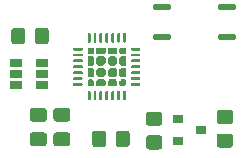
<source format=gtp>
G04 #@! TF.GenerationSoftware,KiCad,Pcbnew,5.1.9+dfsg1-1+deb11u1*
G04 #@! TF.CreationDate,2023-08-09T03:16:42+03:00*
G04 #@! TF.ProjectId,PTT-USB-Cable,5054542d-5553-4422-9d43-61626c652e6b,A*
G04 #@! TF.SameCoordinates,Original*
G04 #@! TF.FileFunction,Paste,Top*
G04 #@! TF.FilePolarity,Positive*
%FSLAX46Y46*%
G04 Gerber Fmt 4.6, Leading zero omitted, Abs format (unit mm)*
G04 Created by KiCad (PCBNEW 5.1.9+dfsg1-1+deb11u1) date 2023-08-09 03:16:42*
%MOMM*%
%LPD*%
G01*
G04 APERTURE LIST*
%ADD10C,0.100000*%
%ADD11R,0.900000X0.800000*%
%ADD12R,1.060000X0.650000*%
G04 APERTURE END LIST*
G36*
G01*
X75750000Y-101367500D02*
X75750000Y-101092500D01*
G75*
G02*
X75887500Y-100955000I137500J0D01*
G01*
X77062500Y-100955000D01*
G75*
G02*
X77200000Y-101092500I0J-137500D01*
G01*
X77200000Y-101367500D01*
G75*
G02*
X77062500Y-101505000I-137500J0D01*
G01*
X75887500Y-101505000D01*
G75*
G02*
X75750000Y-101367500I0J137500D01*
G01*
G37*
G36*
G01*
X75750000Y-103907500D02*
X75750000Y-103632500D01*
G75*
G02*
X75887500Y-103495000I137500J0D01*
G01*
X77062500Y-103495000D01*
G75*
G02*
X77200000Y-103632500I0J-137500D01*
G01*
X77200000Y-103907500D01*
G75*
G02*
X77062500Y-104045000I-137500J0D01*
G01*
X75887500Y-104045000D01*
G75*
G02*
X75750000Y-103907500I0J137500D01*
G01*
G37*
G36*
G01*
X70250000Y-103907500D02*
X70250000Y-103632500D01*
G75*
G02*
X70387500Y-103495000I137500J0D01*
G01*
X71562500Y-103495000D01*
G75*
G02*
X71700000Y-103632500I0J-137500D01*
G01*
X71700000Y-103907500D01*
G75*
G02*
X71562500Y-104045000I-137500J0D01*
G01*
X70387500Y-104045000D01*
G75*
G02*
X70250000Y-103907500I0J137500D01*
G01*
G37*
G36*
G01*
X70250000Y-101367500D02*
X70250000Y-101092500D01*
G75*
G02*
X70387500Y-100955000I137500J0D01*
G01*
X71562500Y-100955000D01*
G75*
G02*
X71700000Y-101092500I0J-137500D01*
G01*
X71700000Y-101367500D01*
G75*
G02*
X71562500Y-101505000I-137500J0D01*
G01*
X70387500Y-101505000D01*
G75*
G02*
X70250000Y-101367500I0J137500D01*
G01*
G37*
D10*
G36*
X67823064Y-107367465D02*
G01*
X67843232Y-107373583D01*
X67861819Y-107383518D01*
X67878111Y-107396889D01*
X67891482Y-107413181D01*
X67901417Y-107431768D01*
X67907535Y-107451936D01*
X67909601Y-107472911D01*
X67909601Y-107802089D01*
X67907535Y-107823064D01*
X67901417Y-107843232D01*
X67891482Y-107861819D01*
X67878111Y-107878111D01*
X67861819Y-107891482D01*
X67843232Y-107901417D01*
X67823064Y-107907535D01*
X67802089Y-107909601D01*
X67472911Y-107909601D01*
X67451936Y-107907535D01*
X67431768Y-107901417D01*
X67413181Y-107891482D01*
X67396889Y-107878111D01*
X67383518Y-107861819D01*
X67373583Y-107843232D01*
X67367465Y-107823064D01*
X67365399Y-107802089D01*
X67365399Y-107561977D01*
X67367465Y-107541002D01*
X67373583Y-107520834D01*
X67383518Y-107502247D01*
X67396889Y-107485955D01*
X67485955Y-107396889D01*
X67502247Y-107383518D01*
X67520834Y-107373583D01*
X67541002Y-107367465D01*
X67561977Y-107365399D01*
X67802089Y-107365399D01*
X67823064Y-107367465D01*
G37*
G36*
X67823064Y-104692465D02*
G01*
X67843232Y-104698583D01*
X67861819Y-104708518D01*
X67878111Y-104721889D01*
X67891482Y-104738181D01*
X67901417Y-104756768D01*
X67907535Y-104776936D01*
X67909601Y-104797911D01*
X67909601Y-105127089D01*
X67907535Y-105148064D01*
X67901417Y-105168232D01*
X67891482Y-105186819D01*
X67878111Y-105203111D01*
X67861819Y-105216482D01*
X67843232Y-105226417D01*
X67823064Y-105232535D01*
X67802089Y-105234601D01*
X67561977Y-105234601D01*
X67541002Y-105232535D01*
X67520834Y-105226417D01*
X67502247Y-105216482D01*
X67485955Y-105203111D01*
X67396889Y-105114045D01*
X67383518Y-105097753D01*
X67373583Y-105079166D01*
X67367465Y-105058998D01*
X67365399Y-105038023D01*
X67365399Y-104797911D01*
X67367465Y-104776936D01*
X67373583Y-104756768D01*
X67383518Y-104738181D01*
X67396889Y-104721889D01*
X67413181Y-104708518D01*
X67431768Y-104698583D01*
X67451936Y-104692465D01*
X67472911Y-104690399D01*
X67802089Y-104690399D01*
X67823064Y-104692465D01*
G37*
G36*
X65058998Y-107367465D02*
G01*
X65079166Y-107373583D01*
X65097753Y-107383518D01*
X65114045Y-107396889D01*
X65203111Y-107485955D01*
X65216482Y-107502247D01*
X65226417Y-107520834D01*
X65232535Y-107541002D01*
X65234601Y-107561977D01*
X65234601Y-107802089D01*
X65232535Y-107823064D01*
X65226417Y-107843232D01*
X65216482Y-107861819D01*
X65203111Y-107878111D01*
X65186819Y-107891482D01*
X65168232Y-107901417D01*
X65148064Y-107907535D01*
X65127089Y-107909601D01*
X64797911Y-107909601D01*
X64776936Y-107907535D01*
X64756768Y-107901417D01*
X64738181Y-107891482D01*
X64721889Y-107878111D01*
X64708518Y-107861819D01*
X64698583Y-107843232D01*
X64692465Y-107823064D01*
X64690399Y-107802089D01*
X64690399Y-107472911D01*
X64692465Y-107451936D01*
X64698583Y-107431768D01*
X64708518Y-107413181D01*
X64721889Y-107396889D01*
X64738181Y-107383518D01*
X64756768Y-107373583D01*
X64776936Y-107367465D01*
X64797911Y-107365399D01*
X65038023Y-107365399D01*
X65058998Y-107367465D01*
G37*
G36*
X65148064Y-104692465D02*
G01*
X65168232Y-104698583D01*
X65186819Y-104708518D01*
X65203111Y-104721889D01*
X65216482Y-104738181D01*
X65226417Y-104756768D01*
X65232535Y-104776936D01*
X65234601Y-104797911D01*
X65234601Y-105038023D01*
X65232535Y-105058998D01*
X65226417Y-105079166D01*
X65216482Y-105097753D01*
X65203111Y-105114045D01*
X65114045Y-105203111D01*
X65097753Y-105216482D01*
X65079166Y-105226417D01*
X65058998Y-105232535D01*
X65038023Y-105234601D01*
X64797911Y-105234601D01*
X64776936Y-105232535D01*
X64756768Y-105226417D01*
X64738181Y-105216482D01*
X64721889Y-105203111D01*
X64708518Y-105186819D01*
X64698583Y-105168232D01*
X64692465Y-105148064D01*
X64690399Y-105127089D01*
X64690399Y-104797911D01*
X64692465Y-104776936D01*
X64698583Y-104756768D01*
X64708518Y-104738181D01*
X64721889Y-104721889D01*
X64738181Y-104708518D01*
X64756768Y-104698583D01*
X64776936Y-104692465D01*
X64797911Y-104690399D01*
X65127089Y-104690399D01*
X65148064Y-104692465D01*
G37*
G36*
X67063877Y-107367037D02*
G01*
X67079868Y-107371888D01*
X67094606Y-107379766D01*
X67107524Y-107390367D01*
X67178144Y-107460988D01*
X67188746Y-107473906D01*
X67196623Y-107488644D01*
X67201474Y-107504636D01*
X67203112Y-107521266D01*
X67203112Y-107824355D01*
X67201474Y-107840986D01*
X67196623Y-107856977D01*
X67188745Y-107871715D01*
X67178144Y-107884633D01*
X67165226Y-107895234D01*
X67150488Y-107903112D01*
X67134497Y-107907963D01*
X67117866Y-107909601D01*
X66482134Y-107909601D01*
X66465503Y-107907963D01*
X66449512Y-107903112D01*
X66434774Y-107895234D01*
X66421856Y-107884633D01*
X66411255Y-107871715D01*
X66403377Y-107856977D01*
X66398526Y-107840986D01*
X66396888Y-107824355D01*
X66396888Y-107521266D01*
X66398526Y-107504635D01*
X66403377Y-107488644D01*
X66411255Y-107473906D01*
X66421856Y-107460988D01*
X66492476Y-107390367D01*
X66505393Y-107379766D01*
X66520131Y-107371888D01*
X66536123Y-107367037D01*
X66552754Y-107365399D01*
X67047246Y-107365399D01*
X67063877Y-107367037D01*
G37*
G36*
X66063877Y-107367037D02*
G01*
X66079868Y-107371888D01*
X66094606Y-107379766D01*
X66107524Y-107390367D01*
X66178144Y-107460988D01*
X66188746Y-107473906D01*
X66196623Y-107488644D01*
X66201474Y-107504636D01*
X66203112Y-107521266D01*
X66203112Y-107824355D01*
X66201474Y-107840986D01*
X66196623Y-107856977D01*
X66188745Y-107871715D01*
X66178144Y-107884633D01*
X66165226Y-107895234D01*
X66150488Y-107903112D01*
X66134497Y-107907963D01*
X66117866Y-107909601D01*
X65482134Y-107909601D01*
X65465503Y-107907963D01*
X65449512Y-107903112D01*
X65434774Y-107895234D01*
X65421856Y-107884633D01*
X65411255Y-107871715D01*
X65403377Y-107856977D01*
X65398526Y-107840986D01*
X65396888Y-107824355D01*
X65396888Y-107521266D01*
X65398526Y-107504635D01*
X65403377Y-107488644D01*
X65411255Y-107473906D01*
X65421856Y-107460988D01*
X65492476Y-107390367D01*
X65505393Y-107379766D01*
X65520131Y-107371888D01*
X65536123Y-107367037D01*
X65552754Y-107365399D01*
X66047246Y-107365399D01*
X66063877Y-107367037D01*
G37*
G36*
X67134497Y-104692037D02*
G01*
X67150488Y-104696888D01*
X67165226Y-104704766D01*
X67178144Y-104715367D01*
X67188745Y-104728285D01*
X67196623Y-104743023D01*
X67201474Y-104759014D01*
X67203112Y-104775645D01*
X67203112Y-105078734D01*
X67201474Y-105095365D01*
X67196623Y-105111356D01*
X67188745Y-105126094D01*
X67178144Y-105139012D01*
X67107524Y-105209633D01*
X67094607Y-105220234D01*
X67079869Y-105228112D01*
X67063877Y-105232963D01*
X67047246Y-105234601D01*
X66552754Y-105234601D01*
X66536123Y-105232963D01*
X66520132Y-105228112D01*
X66505394Y-105220234D01*
X66492476Y-105209633D01*
X66421856Y-105139012D01*
X66411254Y-105126094D01*
X66403377Y-105111356D01*
X66398526Y-105095364D01*
X66396888Y-105078734D01*
X66396888Y-104775645D01*
X66398526Y-104759014D01*
X66403377Y-104743023D01*
X66411255Y-104728285D01*
X66421856Y-104715367D01*
X66434774Y-104704766D01*
X66449512Y-104696888D01*
X66465503Y-104692037D01*
X66482134Y-104690399D01*
X67117866Y-104690399D01*
X67134497Y-104692037D01*
G37*
G36*
X66134497Y-104692037D02*
G01*
X66150488Y-104696888D01*
X66165226Y-104704766D01*
X66178144Y-104715367D01*
X66188745Y-104728285D01*
X66196623Y-104743023D01*
X66201474Y-104759014D01*
X66203112Y-104775645D01*
X66203112Y-105078734D01*
X66201474Y-105095365D01*
X66196623Y-105111356D01*
X66188745Y-105126094D01*
X66178144Y-105139012D01*
X66107524Y-105209633D01*
X66094607Y-105220234D01*
X66079869Y-105228112D01*
X66063877Y-105232963D01*
X66047246Y-105234601D01*
X65552754Y-105234601D01*
X65536123Y-105232963D01*
X65520132Y-105228112D01*
X65505394Y-105220234D01*
X65492476Y-105209633D01*
X65421856Y-105139012D01*
X65411254Y-105126094D01*
X65403377Y-105111356D01*
X65398526Y-105095364D01*
X65396888Y-105078734D01*
X65396888Y-104775645D01*
X65398526Y-104759014D01*
X65403377Y-104743023D01*
X65411255Y-104728285D01*
X65421856Y-104715367D01*
X65434774Y-104704766D01*
X65449512Y-104696888D01*
X65465503Y-104692037D01*
X65482134Y-104690399D01*
X66117866Y-104690399D01*
X66134497Y-104692037D01*
G37*
G36*
X67840986Y-106398526D02*
G01*
X67856977Y-106403377D01*
X67871715Y-106411255D01*
X67884633Y-106421856D01*
X67895234Y-106434774D01*
X67903112Y-106449512D01*
X67907963Y-106465503D01*
X67909601Y-106482134D01*
X67909601Y-107117866D01*
X67907963Y-107134497D01*
X67903112Y-107150488D01*
X67895234Y-107165226D01*
X67884633Y-107178144D01*
X67871715Y-107188745D01*
X67856977Y-107196623D01*
X67840986Y-107201474D01*
X67824355Y-107203112D01*
X67521266Y-107203112D01*
X67504635Y-107201474D01*
X67488644Y-107196623D01*
X67473906Y-107188745D01*
X67460988Y-107178144D01*
X67390367Y-107107524D01*
X67379766Y-107094607D01*
X67371888Y-107079869D01*
X67367037Y-107063877D01*
X67365399Y-107047246D01*
X67365399Y-106552754D01*
X67367037Y-106536123D01*
X67371888Y-106520132D01*
X67379766Y-106505394D01*
X67390367Y-106492476D01*
X67460988Y-106421856D01*
X67473906Y-106411254D01*
X67488644Y-106403377D01*
X67504636Y-106398526D01*
X67521266Y-106396888D01*
X67824355Y-106396888D01*
X67840986Y-106398526D01*
G37*
G36*
X67840986Y-105398526D02*
G01*
X67856977Y-105403377D01*
X67871715Y-105411255D01*
X67884633Y-105421856D01*
X67895234Y-105434774D01*
X67903112Y-105449512D01*
X67907963Y-105465503D01*
X67909601Y-105482134D01*
X67909601Y-106117866D01*
X67907963Y-106134497D01*
X67903112Y-106150488D01*
X67895234Y-106165226D01*
X67884633Y-106178144D01*
X67871715Y-106188745D01*
X67856977Y-106196623D01*
X67840986Y-106201474D01*
X67824355Y-106203112D01*
X67521266Y-106203112D01*
X67504635Y-106201474D01*
X67488644Y-106196623D01*
X67473906Y-106188745D01*
X67460988Y-106178144D01*
X67390367Y-106107524D01*
X67379766Y-106094607D01*
X67371888Y-106079869D01*
X67367037Y-106063877D01*
X67365399Y-106047246D01*
X67365399Y-105552754D01*
X67367037Y-105536123D01*
X67371888Y-105520132D01*
X67379766Y-105505394D01*
X67390367Y-105492476D01*
X67460988Y-105421856D01*
X67473906Y-105411254D01*
X67488644Y-105403377D01*
X67504636Y-105398526D01*
X67521266Y-105396888D01*
X67824355Y-105396888D01*
X67840986Y-105398526D01*
G37*
G36*
X65095365Y-106398526D02*
G01*
X65111356Y-106403377D01*
X65126094Y-106411255D01*
X65139012Y-106421856D01*
X65209633Y-106492476D01*
X65220234Y-106505393D01*
X65228112Y-106520131D01*
X65232963Y-106536123D01*
X65234601Y-106552754D01*
X65234601Y-107047246D01*
X65232963Y-107063877D01*
X65228112Y-107079868D01*
X65220234Y-107094606D01*
X65209633Y-107107524D01*
X65139012Y-107178144D01*
X65126094Y-107188746D01*
X65111356Y-107196623D01*
X65095364Y-107201474D01*
X65078734Y-107203112D01*
X64775645Y-107203112D01*
X64759014Y-107201474D01*
X64743023Y-107196623D01*
X64728285Y-107188745D01*
X64715367Y-107178144D01*
X64704766Y-107165226D01*
X64696888Y-107150488D01*
X64692037Y-107134497D01*
X64690399Y-107117866D01*
X64690399Y-106482134D01*
X64692037Y-106465503D01*
X64696888Y-106449512D01*
X64704766Y-106434774D01*
X64715367Y-106421856D01*
X64728285Y-106411255D01*
X64743023Y-106403377D01*
X64759014Y-106398526D01*
X64775645Y-106396888D01*
X65078734Y-106396888D01*
X65095365Y-106398526D01*
G37*
G36*
X65095365Y-105398526D02*
G01*
X65111356Y-105403377D01*
X65126094Y-105411255D01*
X65139012Y-105421856D01*
X65209633Y-105492476D01*
X65220234Y-105505393D01*
X65228112Y-105520131D01*
X65232963Y-105536123D01*
X65234601Y-105552754D01*
X65234601Y-106047246D01*
X65232963Y-106063877D01*
X65228112Y-106079868D01*
X65220234Y-106094606D01*
X65209633Y-106107524D01*
X65139012Y-106178144D01*
X65126094Y-106188746D01*
X65111356Y-106196623D01*
X65095364Y-106201474D01*
X65078734Y-106203112D01*
X64775645Y-106203112D01*
X64759014Y-106201474D01*
X64743023Y-106196623D01*
X64728285Y-106188745D01*
X64715367Y-106178144D01*
X64704766Y-106165226D01*
X64696888Y-106150488D01*
X64692037Y-106134497D01*
X64690399Y-106117866D01*
X64690399Y-105482134D01*
X64692037Y-105465503D01*
X64696888Y-105449512D01*
X64704766Y-105434774D01*
X64715367Y-105421856D01*
X64728285Y-105411255D01*
X64743023Y-105403377D01*
X64759014Y-105398526D01*
X64775645Y-105396888D01*
X65078734Y-105396888D01*
X65095365Y-105398526D01*
G37*
G36*
G01*
X66396887Y-107001557D02*
X66396887Y-106598443D01*
G75*
G02*
X66598443Y-106396887I201556J0D01*
G01*
X67001557Y-106396887D01*
G75*
G02*
X67203113Y-106598443I0J-201556D01*
G01*
X67203113Y-107001557D01*
G75*
G02*
X67001557Y-107203113I-201556J0D01*
G01*
X66598443Y-107203113D01*
G75*
G02*
X66396887Y-107001557I0J201556D01*
G01*
G37*
G36*
G01*
X66396887Y-106001557D02*
X66396887Y-105598443D01*
G75*
G02*
X66598443Y-105396887I201556J0D01*
G01*
X67001557Y-105396887D01*
G75*
G02*
X67203113Y-105598443I0J-201556D01*
G01*
X67203113Y-106001557D01*
G75*
G02*
X67001557Y-106203113I-201556J0D01*
G01*
X66598443Y-106203113D01*
G75*
G02*
X66396887Y-106001557I0J201556D01*
G01*
G37*
G36*
G01*
X65396887Y-107001557D02*
X65396887Y-106598443D01*
G75*
G02*
X65598443Y-106396887I201556J0D01*
G01*
X66001557Y-106396887D01*
G75*
G02*
X66203113Y-106598443I0J-201556D01*
G01*
X66203113Y-107001557D01*
G75*
G02*
X66001557Y-107203113I-201556J0D01*
G01*
X65598443Y-107203113D01*
G75*
G02*
X65396887Y-107001557I0J201556D01*
G01*
G37*
G36*
G01*
X65396887Y-106001557D02*
X65396887Y-105598443D01*
G75*
G02*
X65598443Y-105396887I201556J0D01*
G01*
X66001557Y-105396887D01*
G75*
G02*
X66203113Y-105598443I0J-201556D01*
G01*
X66203113Y-106001557D01*
G75*
G02*
X66001557Y-106203113I-201556J0D01*
G01*
X65598443Y-106203113D01*
G75*
G02*
X65396887Y-106001557I0J201556D01*
G01*
G37*
G36*
G01*
X64675000Y-104187500D02*
X64675000Y-103512500D01*
G75*
G02*
X64737500Y-103450000I62500J0D01*
G01*
X64862500Y-103450000D01*
G75*
G02*
X64925000Y-103512500I0J-62500D01*
G01*
X64925000Y-104187500D01*
G75*
G02*
X64862500Y-104250000I-62500J0D01*
G01*
X64737500Y-104250000D01*
G75*
G02*
X64675000Y-104187500I0J62500D01*
G01*
G37*
G36*
G01*
X65175000Y-104187500D02*
X65175000Y-103512500D01*
G75*
G02*
X65237500Y-103450000I62500J0D01*
G01*
X65362500Y-103450000D01*
G75*
G02*
X65425000Y-103512500I0J-62500D01*
G01*
X65425000Y-104187500D01*
G75*
G02*
X65362500Y-104250000I-62500J0D01*
G01*
X65237500Y-104250000D01*
G75*
G02*
X65175000Y-104187500I0J62500D01*
G01*
G37*
G36*
G01*
X65675000Y-104187500D02*
X65675000Y-103512500D01*
G75*
G02*
X65737500Y-103450000I62500J0D01*
G01*
X65862500Y-103450000D01*
G75*
G02*
X65925000Y-103512500I0J-62500D01*
G01*
X65925000Y-104187500D01*
G75*
G02*
X65862500Y-104250000I-62500J0D01*
G01*
X65737500Y-104250000D01*
G75*
G02*
X65675000Y-104187500I0J62500D01*
G01*
G37*
G36*
G01*
X66175000Y-104187500D02*
X66175000Y-103512500D01*
G75*
G02*
X66237500Y-103450000I62500J0D01*
G01*
X66362500Y-103450000D01*
G75*
G02*
X66425000Y-103512500I0J-62500D01*
G01*
X66425000Y-104187500D01*
G75*
G02*
X66362500Y-104250000I-62500J0D01*
G01*
X66237500Y-104250000D01*
G75*
G02*
X66175000Y-104187500I0J62500D01*
G01*
G37*
G36*
G01*
X66675000Y-104187500D02*
X66675000Y-103512500D01*
G75*
G02*
X66737500Y-103450000I62500J0D01*
G01*
X66862500Y-103450000D01*
G75*
G02*
X66925000Y-103512500I0J-62500D01*
G01*
X66925000Y-104187500D01*
G75*
G02*
X66862500Y-104250000I-62500J0D01*
G01*
X66737500Y-104250000D01*
G75*
G02*
X66675000Y-104187500I0J62500D01*
G01*
G37*
G36*
G01*
X67175000Y-104187500D02*
X67175000Y-103512500D01*
G75*
G02*
X67237500Y-103450000I62500J0D01*
G01*
X67362500Y-103450000D01*
G75*
G02*
X67425000Y-103512500I0J-62500D01*
G01*
X67425000Y-104187500D01*
G75*
G02*
X67362500Y-104250000I-62500J0D01*
G01*
X67237500Y-104250000D01*
G75*
G02*
X67175000Y-104187500I0J62500D01*
G01*
G37*
G36*
G01*
X67675000Y-104187500D02*
X67675000Y-103512500D01*
G75*
G02*
X67737500Y-103450000I62500J0D01*
G01*
X67862500Y-103450000D01*
G75*
G02*
X67925000Y-103512500I0J-62500D01*
G01*
X67925000Y-104187500D01*
G75*
G02*
X67862500Y-104250000I-62500J0D01*
G01*
X67737500Y-104250000D01*
G75*
G02*
X67675000Y-104187500I0J62500D01*
G01*
G37*
G36*
G01*
X68350000Y-104862500D02*
X68350000Y-104737500D01*
G75*
G02*
X68412500Y-104675000I62500J0D01*
G01*
X69087500Y-104675000D01*
G75*
G02*
X69150000Y-104737500I0J-62500D01*
G01*
X69150000Y-104862500D01*
G75*
G02*
X69087500Y-104925000I-62500J0D01*
G01*
X68412500Y-104925000D01*
G75*
G02*
X68350000Y-104862500I0J62500D01*
G01*
G37*
G36*
G01*
X68350000Y-105362500D02*
X68350000Y-105237500D01*
G75*
G02*
X68412500Y-105175000I62500J0D01*
G01*
X69087500Y-105175000D01*
G75*
G02*
X69150000Y-105237500I0J-62500D01*
G01*
X69150000Y-105362500D01*
G75*
G02*
X69087500Y-105425000I-62500J0D01*
G01*
X68412500Y-105425000D01*
G75*
G02*
X68350000Y-105362500I0J62500D01*
G01*
G37*
G36*
G01*
X68350000Y-105862500D02*
X68350000Y-105737500D01*
G75*
G02*
X68412500Y-105675000I62500J0D01*
G01*
X69087500Y-105675000D01*
G75*
G02*
X69150000Y-105737500I0J-62500D01*
G01*
X69150000Y-105862500D01*
G75*
G02*
X69087500Y-105925000I-62500J0D01*
G01*
X68412500Y-105925000D01*
G75*
G02*
X68350000Y-105862500I0J62500D01*
G01*
G37*
G36*
G01*
X68350000Y-106362500D02*
X68350000Y-106237500D01*
G75*
G02*
X68412500Y-106175000I62500J0D01*
G01*
X69087500Y-106175000D01*
G75*
G02*
X69150000Y-106237500I0J-62500D01*
G01*
X69150000Y-106362500D01*
G75*
G02*
X69087500Y-106425000I-62500J0D01*
G01*
X68412500Y-106425000D01*
G75*
G02*
X68350000Y-106362500I0J62500D01*
G01*
G37*
G36*
G01*
X68350000Y-106862500D02*
X68350000Y-106737500D01*
G75*
G02*
X68412500Y-106675000I62500J0D01*
G01*
X69087500Y-106675000D01*
G75*
G02*
X69150000Y-106737500I0J-62500D01*
G01*
X69150000Y-106862500D01*
G75*
G02*
X69087500Y-106925000I-62500J0D01*
G01*
X68412500Y-106925000D01*
G75*
G02*
X68350000Y-106862500I0J62500D01*
G01*
G37*
G36*
G01*
X68350000Y-107362500D02*
X68350000Y-107237500D01*
G75*
G02*
X68412500Y-107175000I62500J0D01*
G01*
X69087500Y-107175000D01*
G75*
G02*
X69150000Y-107237500I0J-62500D01*
G01*
X69150000Y-107362500D01*
G75*
G02*
X69087500Y-107425000I-62500J0D01*
G01*
X68412500Y-107425000D01*
G75*
G02*
X68350000Y-107362500I0J62500D01*
G01*
G37*
G36*
G01*
X68350000Y-107862500D02*
X68350000Y-107737500D01*
G75*
G02*
X68412500Y-107675000I62500J0D01*
G01*
X69087500Y-107675000D01*
G75*
G02*
X69150000Y-107737500I0J-62500D01*
G01*
X69150000Y-107862500D01*
G75*
G02*
X69087500Y-107925000I-62500J0D01*
G01*
X68412500Y-107925000D01*
G75*
G02*
X68350000Y-107862500I0J62500D01*
G01*
G37*
G36*
G01*
X67675000Y-109087500D02*
X67675000Y-108412500D01*
G75*
G02*
X67737500Y-108350000I62500J0D01*
G01*
X67862500Y-108350000D01*
G75*
G02*
X67925000Y-108412500I0J-62500D01*
G01*
X67925000Y-109087500D01*
G75*
G02*
X67862500Y-109150000I-62500J0D01*
G01*
X67737500Y-109150000D01*
G75*
G02*
X67675000Y-109087500I0J62500D01*
G01*
G37*
G36*
G01*
X67175000Y-109087500D02*
X67175000Y-108412500D01*
G75*
G02*
X67237500Y-108350000I62500J0D01*
G01*
X67362500Y-108350000D01*
G75*
G02*
X67425000Y-108412500I0J-62500D01*
G01*
X67425000Y-109087500D01*
G75*
G02*
X67362500Y-109150000I-62500J0D01*
G01*
X67237500Y-109150000D01*
G75*
G02*
X67175000Y-109087500I0J62500D01*
G01*
G37*
G36*
G01*
X66675000Y-109087500D02*
X66675000Y-108412500D01*
G75*
G02*
X66737500Y-108350000I62500J0D01*
G01*
X66862500Y-108350000D01*
G75*
G02*
X66925000Y-108412500I0J-62500D01*
G01*
X66925000Y-109087500D01*
G75*
G02*
X66862500Y-109150000I-62500J0D01*
G01*
X66737500Y-109150000D01*
G75*
G02*
X66675000Y-109087500I0J62500D01*
G01*
G37*
G36*
G01*
X66175000Y-109087500D02*
X66175000Y-108412500D01*
G75*
G02*
X66237500Y-108350000I62500J0D01*
G01*
X66362500Y-108350000D01*
G75*
G02*
X66425000Y-108412500I0J-62500D01*
G01*
X66425000Y-109087500D01*
G75*
G02*
X66362500Y-109150000I-62500J0D01*
G01*
X66237500Y-109150000D01*
G75*
G02*
X66175000Y-109087500I0J62500D01*
G01*
G37*
G36*
G01*
X65675000Y-109087500D02*
X65675000Y-108412500D01*
G75*
G02*
X65737500Y-108350000I62500J0D01*
G01*
X65862500Y-108350000D01*
G75*
G02*
X65925000Y-108412500I0J-62500D01*
G01*
X65925000Y-109087500D01*
G75*
G02*
X65862500Y-109150000I-62500J0D01*
G01*
X65737500Y-109150000D01*
G75*
G02*
X65675000Y-109087500I0J62500D01*
G01*
G37*
G36*
G01*
X65175000Y-109087500D02*
X65175000Y-108412500D01*
G75*
G02*
X65237500Y-108350000I62500J0D01*
G01*
X65362500Y-108350000D01*
G75*
G02*
X65425000Y-108412500I0J-62500D01*
G01*
X65425000Y-109087500D01*
G75*
G02*
X65362500Y-109150000I-62500J0D01*
G01*
X65237500Y-109150000D01*
G75*
G02*
X65175000Y-109087500I0J62500D01*
G01*
G37*
G36*
G01*
X64675000Y-109087500D02*
X64675000Y-108412500D01*
G75*
G02*
X64737500Y-108350000I62500J0D01*
G01*
X64862500Y-108350000D01*
G75*
G02*
X64925000Y-108412500I0J-62500D01*
G01*
X64925000Y-109087500D01*
G75*
G02*
X64862500Y-109150000I-62500J0D01*
G01*
X64737500Y-109150000D01*
G75*
G02*
X64675000Y-109087500I0J62500D01*
G01*
G37*
G36*
G01*
X63450000Y-107862500D02*
X63450000Y-107737500D01*
G75*
G02*
X63512500Y-107675000I62500J0D01*
G01*
X64187500Y-107675000D01*
G75*
G02*
X64250000Y-107737500I0J-62500D01*
G01*
X64250000Y-107862500D01*
G75*
G02*
X64187500Y-107925000I-62500J0D01*
G01*
X63512500Y-107925000D01*
G75*
G02*
X63450000Y-107862500I0J62500D01*
G01*
G37*
G36*
G01*
X63450000Y-107362500D02*
X63450000Y-107237500D01*
G75*
G02*
X63512500Y-107175000I62500J0D01*
G01*
X64187500Y-107175000D01*
G75*
G02*
X64250000Y-107237500I0J-62500D01*
G01*
X64250000Y-107362500D01*
G75*
G02*
X64187500Y-107425000I-62500J0D01*
G01*
X63512500Y-107425000D01*
G75*
G02*
X63450000Y-107362500I0J62500D01*
G01*
G37*
G36*
G01*
X63450000Y-106862500D02*
X63450000Y-106737500D01*
G75*
G02*
X63512500Y-106675000I62500J0D01*
G01*
X64187500Y-106675000D01*
G75*
G02*
X64250000Y-106737500I0J-62500D01*
G01*
X64250000Y-106862500D01*
G75*
G02*
X64187500Y-106925000I-62500J0D01*
G01*
X63512500Y-106925000D01*
G75*
G02*
X63450000Y-106862500I0J62500D01*
G01*
G37*
G36*
G01*
X63450000Y-106362500D02*
X63450000Y-106237500D01*
G75*
G02*
X63512500Y-106175000I62500J0D01*
G01*
X64187500Y-106175000D01*
G75*
G02*
X64250000Y-106237500I0J-62500D01*
G01*
X64250000Y-106362500D01*
G75*
G02*
X64187500Y-106425000I-62500J0D01*
G01*
X63512500Y-106425000D01*
G75*
G02*
X63450000Y-106362500I0J62500D01*
G01*
G37*
G36*
G01*
X63450000Y-105862500D02*
X63450000Y-105737500D01*
G75*
G02*
X63512500Y-105675000I62500J0D01*
G01*
X64187500Y-105675000D01*
G75*
G02*
X64250000Y-105737500I0J-62500D01*
G01*
X64250000Y-105862500D01*
G75*
G02*
X64187500Y-105925000I-62500J0D01*
G01*
X63512500Y-105925000D01*
G75*
G02*
X63450000Y-105862500I0J62500D01*
G01*
G37*
G36*
G01*
X63450000Y-105362500D02*
X63450000Y-105237500D01*
G75*
G02*
X63512500Y-105175000I62500J0D01*
G01*
X64187500Y-105175000D01*
G75*
G02*
X64250000Y-105237500I0J-62500D01*
G01*
X64250000Y-105362500D01*
G75*
G02*
X64187500Y-105425000I-62500J0D01*
G01*
X63512500Y-105425000D01*
G75*
G02*
X63450000Y-105362500I0J62500D01*
G01*
G37*
G36*
G01*
X63450000Y-104862500D02*
X63450000Y-104737500D01*
G75*
G02*
X63512500Y-104675000I62500J0D01*
G01*
X64187500Y-104675000D01*
G75*
G02*
X64250000Y-104737500I0J-62500D01*
G01*
X64250000Y-104862500D01*
G75*
G02*
X64187500Y-104925000I-62500J0D01*
G01*
X63512500Y-104925000D01*
G75*
G02*
X63450000Y-104862500I0J62500D01*
G01*
G37*
G36*
G01*
X60025000Y-111850000D02*
X60975000Y-111850000D01*
G75*
G02*
X61225000Y-112100000I0J-250000D01*
G01*
X61225000Y-112775000D01*
G75*
G02*
X60975000Y-113025000I-250000J0D01*
G01*
X60025000Y-113025000D01*
G75*
G02*
X59775000Y-112775000I0J250000D01*
G01*
X59775000Y-112100000D01*
G75*
G02*
X60025000Y-111850000I250000J0D01*
G01*
G37*
G36*
G01*
X60025000Y-109775000D02*
X60975000Y-109775000D01*
G75*
G02*
X61225000Y-110025000I0J-250000D01*
G01*
X61225000Y-110700000D01*
G75*
G02*
X60975000Y-110950000I-250000J0D01*
G01*
X60025000Y-110950000D01*
G75*
G02*
X59775000Y-110700000I0J250000D01*
G01*
X59775000Y-110025000D01*
G75*
G02*
X60025000Y-109775000I250000J0D01*
G01*
G37*
G36*
G01*
X62025000Y-111850000D02*
X62975000Y-111850000D01*
G75*
G02*
X63225000Y-112100000I0J-250000D01*
G01*
X63225000Y-112775000D01*
G75*
G02*
X62975000Y-113025000I-250000J0D01*
G01*
X62025000Y-113025000D01*
G75*
G02*
X61775000Y-112775000I0J250000D01*
G01*
X61775000Y-112100000D01*
G75*
G02*
X62025000Y-111850000I250000J0D01*
G01*
G37*
G36*
G01*
X62025000Y-109775000D02*
X62975000Y-109775000D01*
G75*
G02*
X63225000Y-110025000I0J-250000D01*
G01*
X63225000Y-110700000D01*
G75*
G02*
X62975000Y-110950000I-250000J0D01*
G01*
X62025000Y-110950000D01*
G75*
G02*
X61775000Y-110700000I0J250000D01*
G01*
X61775000Y-110025000D01*
G75*
G02*
X62025000Y-109775000I250000J0D01*
G01*
G37*
D11*
X74300000Y-111650000D03*
X72300000Y-112600000D03*
X72300000Y-110700000D03*
G36*
G01*
X66250000Y-111949999D02*
X66250000Y-112850001D01*
G75*
G02*
X66000001Y-113100000I-249999J0D01*
G01*
X65299999Y-113100000D01*
G75*
G02*
X65050000Y-112850001I0J249999D01*
G01*
X65050000Y-111949999D01*
G75*
G02*
X65299999Y-111700000I249999J0D01*
G01*
X66000001Y-111700000D01*
G75*
G02*
X66250000Y-111949999I0J-249999D01*
G01*
G37*
G36*
G01*
X68250000Y-111949999D02*
X68250000Y-112850001D01*
G75*
G02*
X68000001Y-113100000I-249999J0D01*
G01*
X67299999Y-113100000D01*
G75*
G02*
X67050000Y-112850001I0J249999D01*
G01*
X67050000Y-111949999D01*
G75*
G02*
X67299999Y-111700000I249999J0D01*
G01*
X68000001Y-111700000D01*
G75*
G02*
X68250000Y-111949999I0J-249999D01*
G01*
G37*
G36*
G01*
X60200000Y-104150001D02*
X60200000Y-103249999D01*
G75*
G02*
X60449999Y-103000000I249999J0D01*
G01*
X61150001Y-103000000D01*
G75*
G02*
X61400000Y-103249999I0J-249999D01*
G01*
X61400000Y-104150001D01*
G75*
G02*
X61150001Y-104400000I-249999J0D01*
G01*
X60449999Y-104400000D01*
G75*
G02*
X60200000Y-104150001I0J249999D01*
G01*
G37*
G36*
G01*
X58200000Y-104150001D02*
X58200000Y-103249999D01*
G75*
G02*
X58449999Y-103000000I249999J0D01*
G01*
X59150001Y-103000000D01*
G75*
G02*
X59400000Y-103249999I0J-249999D01*
G01*
X59400000Y-104150001D01*
G75*
G02*
X59150001Y-104400000I-249999J0D01*
G01*
X58449999Y-104400000D01*
G75*
G02*
X58200000Y-104150001I0J249999D01*
G01*
G37*
G36*
G01*
X69849999Y-112100000D02*
X70750001Y-112100000D01*
G75*
G02*
X71000000Y-112349999I0J-249999D01*
G01*
X71000000Y-113050001D01*
G75*
G02*
X70750001Y-113300000I-249999J0D01*
G01*
X69849999Y-113300000D01*
G75*
G02*
X69600000Y-113050001I0J249999D01*
G01*
X69600000Y-112349999D01*
G75*
G02*
X69849999Y-112100000I249999J0D01*
G01*
G37*
G36*
G01*
X69849999Y-110100000D02*
X70750001Y-110100000D01*
G75*
G02*
X71000000Y-110349999I0J-249999D01*
G01*
X71000000Y-111050001D01*
G75*
G02*
X70750001Y-111300000I-249999J0D01*
G01*
X69849999Y-111300000D01*
G75*
G02*
X69600000Y-111050001I0J249999D01*
G01*
X69600000Y-110349999D01*
G75*
G02*
X69849999Y-110100000I249999J0D01*
G01*
G37*
G36*
G01*
X75849999Y-111950000D02*
X76750001Y-111950000D01*
G75*
G02*
X77000000Y-112199999I0J-249999D01*
G01*
X77000000Y-112900001D01*
G75*
G02*
X76750001Y-113150000I-249999J0D01*
G01*
X75849999Y-113150000D01*
G75*
G02*
X75600000Y-112900001I0J249999D01*
G01*
X75600000Y-112199999D01*
G75*
G02*
X75849999Y-111950000I249999J0D01*
G01*
G37*
G36*
G01*
X75849999Y-109950000D02*
X76750001Y-109950000D01*
G75*
G02*
X77000000Y-110199999I0J-249999D01*
G01*
X77000000Y-110900001D01*
G75*
G02*
X76750001Y-111150000I-249999J0D01*
G01*
X75849999Y-111150000D01*
G75*
G02*
X75600000Y-110900001I0J249999D01*
G01*
X75600000Y-110199999D01*
G75*
G02*
X75849999Y-109950000I249999J0D01*
G01*
G37*
D12*
X60800000Y-106900000D03*
X60800000Y-105950000D03*
X60800000Y-107850000D03*
X58600000Y-107850000D03*
X58600000Y-106900000D03*
X58600000Y-105950000D03*
M02*

</source>
